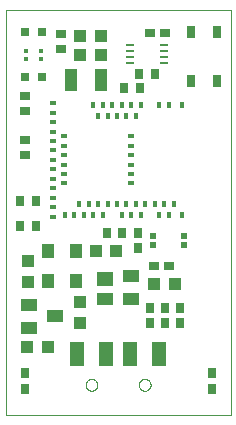
<source format=gtp>
G75*
%MOIN*%
%OFA0B0*%
%FSLAX25Y25*%
%IPPOS*%
%LPD*%
%AMOC8*
5,1,8,0,0,1.08239X$1,22.5*
%
%ADD10C,0.00000*%
%ADD11R,0.01575X0.02362*%
%ADD12R,0.02362X0.01575*%
%ADD13R,0.04331X0.07480*%
%ADD14R,0.04134X0.04252*%
%ADD15R,0.04252X0.04134*%
%ADD16R,0.02913X0.03642*%
%ADD17R,0.03642X0.02913*%
%ADD18R,0.05669X0.03937*%
%ADD19R,0.05669X0.04724*%
%ADD20R,0.04724X0.07874*%
%ADD21R,0.02756X0.03543*%
%ADD22R,0.02559X0.04134*%
%ADD23R,0.02165X0.02165*%
%ADD24R,0.03150X0.03150*%
%ADD25R,0.01772X0.01378*%
%ADD26R,0.03543X0.02756*%
%ADD27R,0.05512X0.03937*%
%ADD28R,0.03937X0.04724*%
%ADD29R,0.03150X0.00984*%
D10*
X0035145Y0060631D02*
X0035145Y0195631D01*
X0110145Y0195631D01*
X0110145Y0060631D01*
X0035145Y0060631D01*
X0061817Y0070631D02*
X0061819Y0070719D01*
X0061825Y0070807D01*
X0061835Y0070895D01*
X0061849Y0070983D01*
X0061866Y0071069D01*
X0061888Y0071155D01*
X0061913Y0071239D01*
X0061943Y0071323D01*
X0061975Y0071405D01*
X0062012Y0071485D01*
X0062052Y0071564D01*
X0062096Y0071641D01*
X0062143Y0071716D01*
X0062193Y0071788D01*
X0062247Y0071859D01*
X0062303Y0071926D01*
X0062363Y0071992D01*
X0062425Y0072054D01*
X0062491Y0072114D01*
X0062558Y0072170D01*
X0062629Y0072224D01*
X0062701Y0072274D01*
X0062776Y0072321D01*
X0062853Y0072365D01*
X0062932Y0072405D01*
X0063012Y0072442D01*
X0063094Y0072474D01*
X0063178Y0072504D01*
X0063262Y0072529D01*
X0063348Y0072551D01*
X0063434Y0072568D01*
X0063522Y0072582D01*
X0063610Y0072592D01*
X0063698Y0072598D01*
X0063786Y0072600D01*
X0063874Y0072598D01*
X0063962Y0072592D01*
X0064050Y0072582D01*
X0064138Y0072568D01*
X0064224Y0072551D01*
X0064310Y0072529D01*
X0064394Y0072504D01*
X0064478Y0072474D01*
X0064560Y0072442D01*
X0064640Y0072405D01*
X0064719Y0072365D01*
X0064796Y0072321D01*
X0064871Y0072274D01*
X0064943Y0072224D01*
X0065014Y0072170D01*
X0065081Y0072114D01*
X0065147Y0072054D01*
X0065209Y0071992D01*
X0065269Y0071926D01*
X0065325Y0071859D01*
X0065379Y0071788D01*
X0065429Y0071716D01*
X0065476Y0071641D01*
X0065520Y0071564D01*
X0065560Y0071485D01*
X0065597Y0071405D01*
X0065629Y0071323D01*
X0065659Y0071239D01*
X0065684Y0071155D01*
X0065706Y0071069D01*
X0065723Y0070983D01*
X0065737Y0070895D01*
X0065747Y0070807D01*
X0065753Y0070719D01*
X0065755Y0070631D01*
X0065753Y0070543D01*
X0065747Y0070455D01*
X0065737Y0070367D01*
X0065723Y0070279D01*
X0065706Y0070193D01*
X0065684Y0070107D01*
X0065659Y0070023D01*
X0065629Y0069939D01*
X0065597Y0069857D01*
X0065560Y0069777D01*
X0065520Y0069698D01*
X0065476Y0069621D01*
X0065429Y0069546D01*
X0065379Y0069474D01*
X0065325Y0069403D01*
X0065269Y0069336D01*
X0065209Y0069270D01*
X0065147Y0069208D01*
X0065081Y0069148D01*
X0065014Y0069092D01*
X0064943Y0069038D01*
X0064871Y0068988D01*
X0064796Y0068941D01*
X0064719Y0068897D01*
X0064640Y0068857D01*
X0064560Y0068820D01*
X0064478Y0068788D01*
X0064394Y0068758D01*
X0064310Y0068733D01*
X0064224Y0068711D01*
X0064138Y0068694D01*
X0064050Y0068680D01*
X0063962Y0068670D01*
X0063874Y0068664D01*
X0063786Y0068662D01*
X0063698Y0068664D01*
X0063610Y0068670D01*
X0063522Y0068680D01*
X0063434Y0068694D01*
X0063348Y0068711D01*
X0063262Y0068733D01*
X0063178Y0068758D01*
X0063094Y0068788D01*
X0063012Y0068820D01*
X0062932Y0068857D01*
X0062853Y0068897D01*
X0062776Y0068941D01*
X0062701Y0068988D01*
X0062629Y0069038D01*
X0062558Y0069092D01*
X0062491Y0069148D01*
X0062425Y0069208D01*
X0062363Y0069270D01*
X0062303Y0069336D01*
X0062247Y0069403D01*
X0062193Y0069474D01*
X0062143Y0069546D01*
X0062096Y0069621D01*
X0062052Y0069698D01*
X0062012Y0069777D01*
X0061975Y0069857D01*
X0061943Y0069939D01*
X0061913Y0070023D01*
X0061888Y0070107D01*
X0061866Y0070193D01*
X0061849Y0070279D01*
X0061835Y0070367D01*
X0061825Y0070455D01*
X0061819Y0070543D01*
X0061817Y0070631D01*
X0079534Y0070631D02*
X0079536Y0070719D01*
X0079542Y0070807D01*
X0079552Y0070895D01*
X0079566Y0070983D01*
X0079583Y0071069D01*
X0079605Y0071155D01*
X0079630Y0071239D01*
X0079660Y0071323D01*
X0079692Y0071405D01*
X0079729Y0071485D01*
X0079769Y0071564D01*
X0079813Y0071641D01*
X0079860Y0071716D01*
X0079910Y0071788D01*
X0079964Y0071859D01*
X0080020Y0071926D01*
X0080080Y0071992D01*
X0080142Y0072054D01*
X0080208Y0072114D01*
X0080275Y0072170D01*
X0080346Y0072224D01*
X0080418Y0072274D01*
X0080493Y0072321D01*
X0080570Y0072365D01*
X0080649Y0072405D01*
X0080729Y0072442D01*
X0080811Y0072474D01*
X0080895Y0072504D01*
X0080979Y0072529D01*
X0081065Y0072551D01*
X0081151Y0072568D01*
X0081239Y0072582D01*
X0081327Y0072592D01*
X0081415Y0072598D01*
X0081503Y0072600D01*
X0081591Y0072598D01*
X0081679Y0072592D01*
X0081767Y0072582D01*
X0081855Y0072568D01*
X0081941Y0072551D01*
X0082027Y0072529D01*
X0082111Y0072504D01*
X0082195Y0072474D01*
X0082277Y0072442D01*
X0082357Y0072405D01*
X0082436Y0072365D01*
X0082513Y0072321D01*
X0082588Y0072274D01*
X0082660Y0072224D01*
X0082731Y0072170D01*
X0082798Y0072114D01*
X0082864Y0072054D01*
X0082926Y0071992D01*
X0082986Y0071926D01*
X0083042Y0071859D01*
X0083096Y0071788D01*
X0083146Y0071716D01*
X0083193Y0071641D01*
X0083237Y0071564D01*
X0083277Y0071485D01*
X0083314Y0071405D01*
X0083346Y0071323D01*
X0083376Y0071239D01*
X0083401Y0071155D01*
X0083423Y0071069D01*
X0083440Y0070983D01*
X0083454Y0070895D01*
X0083464Y0070807D01*
X0083470Y0070719D01*
X0083472Y0070631D01*
X0083470Y0070543D01*
X0083464Y0070455D01*
X0083454Y0070367D01*
X0083440Y0070279D01*
X0083423Y0070193D01*
X0083401Y0070107D01*
X0083376Y0070023D01*
X0083346Y0069939D01*
X0083314Y0069857D01*
X0083277Y0069777D01*
X0083237Y0069698D01*
X0083193Y0069621D01*
X0083146Y0069546D01*
X0083096Y0069474D01*
X0083042Y0069403D01*
X0082986Y0069336D01*
X0082926Y0069270D01*
X0082864Y0069208D01*
X0082798Y0069148D01*
X0082731Y0069092D01*
X0082660Y0069038D01*
X0082588Y0068988D01*
X0082513Y0068941D01*
X0082436Y0068897D01*
X0082357Y0068857D01*
X0082277Y0068820D01*
X0082195Y0068788D01*
X0082111Y0068758D01*
X0082027Y0068733D01*
X0081941Y0068711D01*
X0081855Y0068694D01*
X0081767Y0068680D01*
X0081679Y0068670D01*
X0081591Y0068664D01*
X0081503Y0068662D01*
X0081415Y0068664D01*
X0081327Y0068670D01*
X0081239Y0068680D01*
X0081151Y0068694D01*
X0081065Y0068711D01*
X0080979Y0068733D01*
X0080895Y0068758D01*
X0080811Y0068788D01*
X0080729Y0068820D01*
X0080649Y0068857D01*
X0080570Y0068897D01*
X0080493Y0068941D01*
X0080418Y0068988D01*
X0080346Y0069038D01*
X0080275Y0069092D01*
X0080208Y0069148D01*
X0080142Y0069208D01*
X0080080Y0069270D01*
X0080020Y0069336D01*
X0079964Y0069403D01*
X0079910Y0069474D01*
X0079860Y0069546D01*
X0079813Y0069621D01*
X0079769Y0069698D01*
X0079729Y0069777D01*
X0079692Y0069857D01*
X0079660Y0069939D01*
X0079630Y0070023D01*
X0079605Y0070107D01*
X0079583Y0070193D01*
X0079566Y0070279D01*
X0079552Y0070367D01*
X0079542Y0070455D01*
X0079536Y0070543D01*
X0079534Y0070631D01*
D11*
X0080129Y0127324D03*
X0076979Y0127324D03*
X0075404Y0130867D03*
X0072255Y0130867D03*
X0073830Y0127324D03*
X0078554Y0130867D03*
X0081704Y0130867D03*
X0084853Y0130867D03*
X0086428Y0127324D03*
X0088003Y0130867D03*
X0091152Y0130867D03*
X0089578Y0127324D03*
X0093908Y0127324D03*
X0078554Y0160395D03*
X0076979Y0163938D03*
X0080129Y0163938D03*
X0075404Y0160395D03*
X0073830Y0163938D03*
X0072255Y0160395D03*
X0070680Y0163938D03*
X0069105Y0160395D03*
X0067530Y0163938D03*
X0065956Y0160395D03*
X0064381Y0163938D03*
X0065956Y0130867D03*
X0069105Y0130867D03*
X0067530Y0127324D03*
X0064381Y0127324D03*
X0061231Y0127324D03*
X0059656Y0130867D03*
X0058082Y0127324D03*
X0054932Y0127324D03*
X0062806Y0130867D03*
X0086428Y0163938D03*
X0089578Y0163938D03*
X0093908Y0163938D03*
D12*
X0076979Y0153505D03*
X0076979Y0150355D03*
X0076979Y0147206D03*
X0076979Y0144056D03*
X0076979Y0140906D03*
X0076979Y0137757D03*
X0054538Y0137757D03*
X0054538Y0140906D03*
X0054538Y0144056D03*
X0054538Y0147206D03*
X0054538Y0150355D03*
X0054538Y0153505D03*
X0050995Y0155080D03*
X0050995Y0151930D03*
X0050995Y0148781D03*
X0050995Y0145631D03*
X0050995Y0142481D03*
X0050995Y0139332D03*
X0050995Y0136182D03*
X0050995Y0133032D03*
X0050995Y0129883D03*
X0050995Y0126733D03*
X0050995Y0158229D03*
X0050995Y0161379D03*
X0050995Y0164529D03*
D13*
X0057036Y0172193D03*
X0066878Y0172193D03*
D14*
X0066964Y0180631D03*
X0066964Y0186881D03*
X0060075Y0186881D03*
X0060075Y0180631D03*
X0065137Y0115318D03*
X0072027Y0115318D03*
X0084762Y0104381D03*
X0091652Y0104381D03*
X0049214Y0083131D03*
X0042325Y0083131D03*
D15*
X0042645Y0104999D03*
X0042645Y0111888D03*
X0059832Y0098138D03*
X0059832Y0091249D03*
D16*
X0041520Y0074440D03*
X0041520Y0069322D03*
X0079207Y0116197D03*
X0079207Y0121315D03*
X0083270Y0096315D03*
X0083270Y0091197D03*
X0088270Y0091197D03*
X0088270Y0096315D03*
X0093270Y0096315D03*
X0093270Y0091197D03*
X0103770Y0074440D03*
X0103770Y0069322D03*
D17*
X0089579Y0110318D03*
X0084461Y0110318D03*
X0083148Y0187818D03*
X0088266Y0187818D03*
D18*
X0076975Y0106871D03*
X0076975Y0099391D03*
X0068314Y0099391D03*
D19*
X0068314Y0106084D03*
D20*
X0068708Y0080867D03*
X0076582Y0080867D03*
X0086424Y0080867D03*
X0058865Y0080867D03*
D21*
X0068836Y0121256D03*
X0073954Y0121256D03*
X0045141Y0123443D03*
X0045141Y0131881D03*
X0040023Y0131881D03*
X0040023Y0123443D03*
X0074711Y0169443D03*
X0079829Y0169443D03*
X0079711Y0174381D03*
X0084829Y0174381D03*
D22*
X0097100Y0171837D03*
X0105564Y0171837D03*
X0105564Y0188175D03*
X0097100Y0188175D03*
D23*
X0094736Y0120232D03*
X0094736Y0117280D03*
X0084303Y0117280D03*
X0084303Y0120232D03*
D24*
X0047410Y0173131D03*
X0041504Y0173131D03*
X0041504Y0188131D03*
X0047410Y0188131D03*
D25*
X0047016Y0182009D03*
X0047016Y0179253D03*
X0041898Y0179253D03*
X0041898Y0182009D03*
D26*
X0041645Y0166940D03*
X0041645Y0161822D03*
X0041645Y0152252D03*
X0041645Y0147134D03*
X0053520Y0182447D03*
X0053520Y0187565D03*
D27*
X0043001Y0097184D03*
X0043001Y0089703D03*
X0051663Y0093443D03*
D28*
X0049170Y0105318D03*
X0049170Y0115318D03*
X0058619Y0115318D03*
X0058619Y0105318D03*
D29*
X0076498Y0178053D03*
X0076498Y0180022D03*
X0076498Y0181990D03*
X0076498Y0183959D03*
X0087916Y0183959D03*
X0087916Y0181990D03*
X0087916Y0180022D03*
X0087916Y0178053D03*
M02*

</source>
